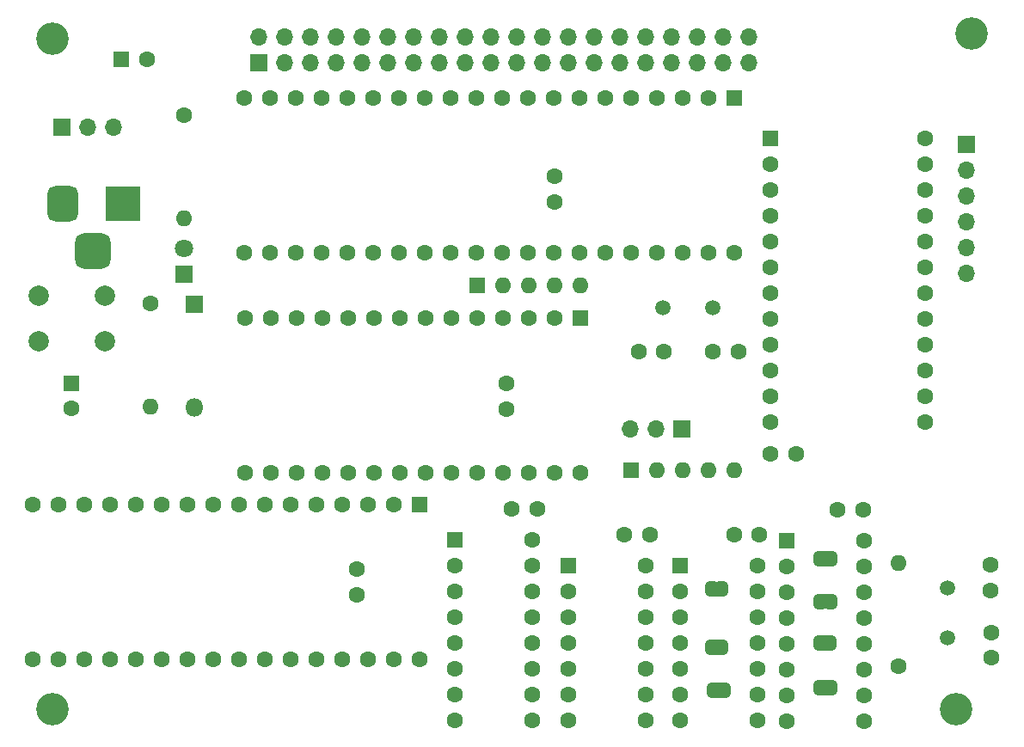
<source format=gbs>
G04 #@! TF.GenerationSoftware,KiCad,Pcbnew,9.0.0*
G04 #@! TF.CreationDate,2025-03-20T10:08:34+09:00*
G04 #@! TF.ProjectId,K6802-SBC,4b363830-322d-4534-9243-2e6b69636164,rev?*
G04 #@! TF.SameCoordinates,Original*
G04 #@! TF.FileFunction,Soldermask,Bot*
G04 #@! TF.FilePolarity,Negative*
%FSLAX46Y46*%
G04 Gerber Fmt 4.6, Leading zero omitted, Abs format (unit mm)*
G04 Created by KiCad (PCBNEW 9.0.0) date 2025-03-20 10:08:34*
%MOMM*%
%LPD*%
G01*
G04 APERTURE LIST*
G04 Aperture macros list*
%AMRoundRect*
0 Rectangle with rounded corners*
0 $1 Rounding radius*
0 $2 $3 $4 $5 $6 $7 $8 $9 X,Y pos of 4 corners*
0 Add a 4 corners polygon primitive as box body*
4,1,4,$2,$3,$4,$5,$6,$7,$8,$9,$2,$3,0*
0 Add four circle primitives for the rounded corners*
1,1,$1+$1,$2,$3*
1,1,$1+$1,$4,$5*
1,1,$1+$1,$6,$7*
1,1,$1+$1,$8,$9*
0 Add four rect primitives between the rounded corners*
20,1,$1+$1,$2,$3,$4,$5,0*
20,1,$1+$1,$4,$5,$6,$7,0*
20,1,$1+$1,$6,$7,$8,$9,0*
20,1,$1+$1,$8,$9,$2,$3,0*%
%AMFreePoly0*
4,1,23,0.500000,-0.750000,0.000000,-0.750000,0.000000,-0.745722,-0.065263,-0.745722,-0.191342,-0.711940,-0.304381,-0.646677,-0.396677,-0.554381,-0.461940,-0.441342,-0.495722,-0.315263,-0.495722,-0.250000,-0.500000,-0.250000,-0.500000,0.250000,-0.495722,0.250000,-0.495722,0.315263,-0.461940,0.441342,-0.396677,0.554381,-0.304381,0.646677,-0.191342,0.711940,-0.065263,0.745722,0.000000,0.745722,
0.000000,0.750000,0.500000,0.750000,0.500000,-0.750000,0.500000,-0.750000,$1*%
%AMFreePoly1*
4,1,23,0.000000,0.745722,0.065263,0.745722,0.191342,0.711940,0.304381,0.646677,0.396677,0.554381,0.461940,0.441342,0.495722,0.315263,0.495722,0.250000,0.500000,0.250000,0.500000,-0.250000,0.495722,-0.250000,0.495722,-0.315263,0.461940,-0.441342,0.396677,-0.554381,0.304381,-0.646677,0.191342,-0.711940,0.065263,-0.745722,0.000000,-0.745722,0.000000,-0.750000,-0.500000,-0.750000,
-0.500000,0.750000,0.000000,0.750000,0.000000,0.745722,0.000000,0.745722,$1*%
G04 Aperture macros list end*
%ADD10C,1.600000*%
%ADD11RoundRect,0.250000X-0.550000X-0.550000X0.550000X-0.550000X0.550000X0.550000X-0.550000X0.550000X0*%
%ADD12C,3.200000*%
%ADD13O,1.600000X1.600000*%
%ADD14R,1.700000X1.700000*%
%ADD15O,1.700000X1.700000*%
%ADD16C,2.000000*%
%ADD17C,1.500000*%
%ADD18R,1.600000X1.600000*%
%ADD19R,1.800000X1.800000*%
%ADD20C,1.800000*%
%ADD21RoundRect,0.250000X-0.550000X0.550000X-0.550000X-0.550000X0.550000X-0.550000X0.550000X0.550000X0*%
%ADD22R,3.500000X3.500000*%
%ADD23RoundRect,0.750000X-0.750000X-1.000000X0.750000X-1.000000X0.750000X1.000000X-0.750000X1.000000X0*%
%ADD24RoundRect,0.875000X-0.875000X-0.875000X0.875000X-0.875000X0.875000X0.875000X-0.875000X0.875000X0*%
%ADD25O,1.800000X1.800000*%
%ADD26FreePoly0,0.000000*%
%ADD27FreePoly1,0.000000*%
G04 APERTURE END LIST*
G36*
X171500000Y-106450000D02*
G01*
X171800000Y-106450000D01*
X171800000Y-104950000D01*
X171500000Y-104950000D01*
X171500000Y-106450000D01*
G37*
G36*
X171500000Y-119150000D02*
G01*
X171800000Y-119150000D01*
X171800000Y-117650000D01*
X171500000Y-117650000D01*
X171500000Y-119150000D01*
G37*
G36*
X160800000Y-109450000D02*
G01*
X161100000Y-109450000D01*
X161100000Y-107950000D01*
X160800000Y-107950000D01*
X160800000Y-109450000D01*
G37*
G36*
X171450000Y-114750000D02*
G01*
X171750000Y-114750000D01*
X171750000Y-113250000D01*
X171450000Y-113250000D01*
X171450000Y-114750000D01*
G37*
G36*
X161000000Y-119400000D02*
G01*
X161300000Y-119400000D01*
X161300000Y-117900000D01*
X161000000Y-117900000D01*
X161000000Y-119400000D01*
G37*
G36*
X171500000Y-110650000D02*
G01*
X171800000Y-110650000D01*
X171800000Y-109150000D01*
X171500000Y-109150000D01*
X171500000Y-110650000D01*
G37*
G36*
X160800000Y-115150000D02*
G01*
X161100000Y-115150000D01*
X161100000Y-113650000D01*
X160800000Y-113650000D01*
X160800000Y-115150000D01*
G37*
D10*
X143250000Y-100800000D03*
X140750000Y-100800000D03*
X165150000Y-103300000D03*
X162650000Y-103300000D03*
D11*
X166260000Y-64260000D03*
D10*
X166260000Y-66800000D03*
X166260000Y-69340000D03*
X166260000Y-71880000D03*
X166260000Y-74420000D03*
X166260000Y-76960000D03*
X166260000Y-79500000D03*
X166260000Y-82040000D03*
X166260000Y-84580000D03*
X166260000Y-87120000D03*
X166260000Y-89660000D03*
X166260000Y-92200000D03*
X181500000Y-92200000D03*
X181500000Y-89660000D03*
X181500000Y-87120000D03*
X181500000Y-84580000D03*
X181500000Y-82040000D03*
X181500000Y-79500000D03*
X181500000Y-76960000D03*
X181500000Y-74420000D03*
X181500000Y-71880000D03*
X181500000Y-69340000D03*
X181500000Y-66800000D03*
X181500000Y-64260000D03*
D12*
X95500000Y-54500000D03*
D10*
X155750000Y-85300000D03*
X153250000Y-85300000D03*
X125500000Y-109250000D03*
X125500000Y-106750000D03*
X145000000Y-68050000D03*
X145000000Y-70550000D03*
X178830000Y-116260000D03*
D13*
X178830000Y-106100000D03*
D10*
X166250000Y-95400000D03*
X168750000Y-95400000D03*
D14*
X115860000Y-56840000D03*
D15*
X115860000Y-54300000D03*
X118400000Y-56840000D03*
X118400000Y-54300000D03*
X120940000Y-56840000D03*
X120940000Y-54300000D03*
X123480000Y-56840000D03*
X123480000Y-54300000D03*
X126020000Y-56840000D03*
X126020000Y-54300000D03*
X128560000Y-56840000D03*
X128560000Y-54300000D03*
X131100000Y-56840000D03*
X131100000Y-54300000D03*
X133640000Y-56840000D03*
X133640000Y-54300000D03*
X136180000Y-56840000D03*
X136180000Y-54300000D03*
X138720000Y-56840000D03*
X138720000Y-54300000D03*
X141260000Y-56840000D03*
X141260000Y-54300000D03*
X143800000Y-56840000D03*
X143800000Y-54300000D03*
X146340000Y-56840000D03*
X146340000Y-54300000D03*
X148880000Y-56840000D03*
X148880000Y-54300000D03*
X151420000Y-56840000D03*
X151420000Y-54300000D03*
X153960000Y-56840000D03*
X153960000Y-54300000D03*
X156500000Y-56840000D03*
X156500000Y-54300000D03*
X159040000Y-56840000D03*
X159040000Y-54300000D03*
X161580000Y-56840000D03*
X161580000Y-54300000D03*
X164120000Y-56840000D03*
X164120000Y-54300000D03*
D16*
X100700000Y-84300000D03*
X94200000Y-84300000D03*
X100700000Y-79800000D03*
X94200000Y-79800000D03*
D12*
X186000000Y-54000000D03*
D10*
X140200000Y-90950000D03*
X140200000Y-88450000D03*
D17*
X155650000Y-81000000D03*
X160530000Y-81000000D03*
D10*
X188000000Y-112970000D03*
X188000000Y-115470000D03*
D18*
X137340000Y-78800000D03*
D13*
X139880000Y-78800000D03*
X142420000Y-78800000D03*
X144960000Y-78800000D03*
X147500000Y-78800000D03*
D10*
X175350000Y-100900000D03*
X172850000Y-100900000D03*
X187900000Y-108810000D03*
X187900000Y-106310000D03*
D14*
X96420000Y-63200000D03*
D15*
X98960000Y-63200000D03*
X101500000Y-63200000D03*
D19*
X108500000Y-77700000D03*
D20*
X108500000Y-75160000D03*
D10*
X154350000Y-103300000D03*
X151850000Y-103300000D03*
D14*
X185500000Y-64880000D03*
D15*
X185500000Y-67420000D03*
X185500000Y-69960000D03*
X185500000Y-72500000D03*
X185500000Y-75040000D03*
X185500000Y-77580000D03*
D17*
X183630000Y-113450000D03*
X183630000Y-108570000D03*
D11*
X157290000Y-106385000D03*
D10*
X157290000Y-108925000D03*
X157290000Y-111465000D03*
X157290000Y-114005000D03*
X157290000Y-116545000D03*
X157290000Y-119085000D03*
X157290000Y-121625000D03*
X164910000Y-121625000D03*
X164910000Y-119085000D03*
X164910000Y-116545000D03*
X164910000Y-114005000D03*
X164910000Y-111465000D03*
X164910000Y-108925000D03*
X164910000Y-106385000D03*
D12*
X184500000Y-120500000D03*
D18*
X152500000Y-97000000D03*
D13*
X155040000Y-97000000D03*
X157580000Y-97000000D03*
X160120000Y-97000000D03*
X162660000Y-97000000D03*
D11*
X167795000Y-103910000D03*
D10*
X167795000Y-106450000D03*
X167795000Y-108990000D03*
X167795000Y-111530000D03*
X167795000Y-114070000D03*
X167795000Y-116610000D03*
X167795000Y-119150000D03*
X167795000Y-121690000D03*
X175415000Y-121690000D03*
X175415000Y-119150000D03*
X175415000Y-116610000D03*
X175415000Y-114070000D03*
X175415000Y-111530000D03*
X175415000Y-108990000D03*
X175415000Y-106450000D03*
X175415000Y-103910000D03*
D21*
X131660000Y-100400000D03*
D10*
X129120000Y-100400000D03*
X126580000Y-100400000D03*
X124040000Y-100400000D03*
X121500000Y-100400000D03*
X118960000Y-100400000D03*
X116420000Y-100400000D03*
X113880000Y-100400000D03*
X111340000Y-100400000D03*
X108800000Y-100400000D03*
X106260000Y-100400000D03*
X103720000Y-100400000D03*
X101180000Y-100400000D03*
X98640000Y-100400000D03*
X96100000Y-100400000D03*
X93560000Y-100400000D03*
X93560000Y-115640000D03*
X96100000Y-115640000D03*
X98640000Y-115640000D03*
X101180000Y-115640000D03*
X103720000Y-115640000D03*
X106260000Y-115640000D03*
X108800000Y-115640000D03*
X111340000Y-115640000D03*
X113880000Y-115640000D03*
X116420000Y-115640000D03*
X118960000Y-115640000D03*
X121500000Y-115640000D03*
X124040000Y-115640000D03*
X126580000Y-115640000D03*
X129120000Y-115640000D03*
X131660000Y-115640000D03*
X105200000Y-80520000D03*
D13*
X105200000Y-90680000D03*
D21*
X147510000Y-82000000D03*
D10*
X144970000Y-82000000D03*
X142430000Y-82000000D03*
X139890000Y-82000000D03*
X137350000Y-82000000D03*
X134810000Y-82000000D03*
X132270000Y-82000000D03*
X129730000Y-82000000D03*
X127190000Y-82000000D03*
X124650000Y-82000000D03*
X122110000Y-82000000D03*
X119570000Y-82000000D03*
X117030000Y-82000000D03*
X114490000Y-82000000D03*
X114490000Y-97240000D03*
X117030000Y-97240000D03*
X119570000Y-97240000D03*
X122110000Y-97240000D03*
X124650000Y-97240000D03*
X127190000Y-97240000D03*
X129730000Y-97240000D03*
X132270000Y-97240000D03*
X134810000Y-97240000D03*
X137350000Y-97240000D03*
X139890000Y-97240000D03*
X142430000Y-97240000D03*
X144970000Y-97240000D03*
X147510000Y-97240000D03*
D22*
X102500000Y-70700000D03*
D23*
X96500000Y-70700000D03*
D24*
X99500000Y-75400000D03*
D18*
X102294900Y-56500000D03*
D10*
X104794900Y-56500000D03*
D14*
X157500000Y-92900000D03*
D15*
X154960000Y-92900000D03*
X152420000Y-92900000D03*
D19*
X109500000Y-80620000D03*
D25*
X109500000Y-90780000D03*
D10*
X108500000Y-62020000D03*
D13*
X108500000Y-72180000D03*
D11*
X135180000Y-103860000D03*
D10*
X135180000Y-106400000D03*
X135180000Y-108940000D03*
X135180000Y-111480000D03*
X135180000Y-114020000D03*
X135180000Y-116560000D03*
X135180000Y-119100000D03*
X135180000Y-121640000D03*
X142800000Y-121640000D03*
X142800000Y-119100000D03*
X142800000Y-116560000D03*
X142800000Y-114020000D03*
X142800000Y-111480000D03*
X142800000Y-108940000D03*
X142800000Y-106400000D03*
X142800000Y-103860000D03*
D21*
X162660000Y-60300000D03*
D10*
X160120000Y-60300000D03*
X157580000Y-60300000D03*
X155040000Y-60300000D03*
X152500000Y-60300000D03*
X149960000Y-60300000D03*
X147420000Y-60300000D03*
X144880000Y-60300000D03*
X142340000Y-60300000D03*
X139800000Y-60300000D03*
X137260000Y-60300000D03*
X134720000Y-60300000D03*
X132180000Y-60300000D03*
X129640000Y-60300000D03*
X127100000Y-60300000D03*
X124560000Y-60300000D03*
X122020000Y-60300000D03*
X119480000Y-60300000D03*
X116940000Y-60300000D03*
X114400000Y-60300000D03*
X114400000Y-75540000D03*
X116940000Y-75540000D03*
X119480000Y-75540000D03*
X122020000Y-75540000D03*
X124560000Y-75540000D03*
X127100000Y-75540000D03*
X129640000Y-75540000D03*
X132180000Y-75540000D03*
X134720000Y-75540000D03*
X137260000Y-75540000D03*
X139800000Y-75540000D03*
X142340000Y-75540000D03*
X144880000Y-75540000D03*
X147420000Y-75540000D03*
X149960000Y-75540000D03*
X152500000Y-75540000D03*
X155040000Y-75540000D03*
X157580000Y-75540000D03*
X160120000Y-75540000D03*
X162660000Y-75540000D03*
D18*
X97400000Y-88400000D03*
D10*
X97400000Y-90900000D03*
D11*
X146300000Y-106400000D03*
D10*
X146300000Y-108940000D03*
X146300000Y-111480000D03*
X146300000Y-114020000D03*
X146300000Y-116560000D03*
X146300000Y-119100000D03*
X146300000Y-121640000D03*
X153920000Y-121640000D03*
X153920000Y-119100000D03*
X153920000Y-116560000D03*
X153920000Y-114020000D03*
X153920000Y-111480000D03*
X153920000Y-108940000D03*
X153920000Y-106400000D03*
D12*
X95500000Y-120500000D03*
D10*
X160550000Y-85300000D03*
X163050000Y-85300000D03*
D26*
X171000000Y-105700000D03*
D27*
X172300000Y-105700000D03*
D26*
X171000000Y-118400000D03*
D27*
X172300000Y-118400000D03*
D26*
X160300000Y-108700000D03*
D27*
X161600000Y-108700000D03*
D26*
X170950000Y-114000000D03*
D27*
X172250000Y-114000000D03*
D26*
X160500000Y-118650000D03*
D27*
X161800000Y-118650000D03*
D26*
X171000000Y-109900000D03*
D27*
X172300000Y-109900000D03*
D26*
X160300000Y-114400000D03*
D27*
X161600000Y-114400000D03*
M02*

</source>
